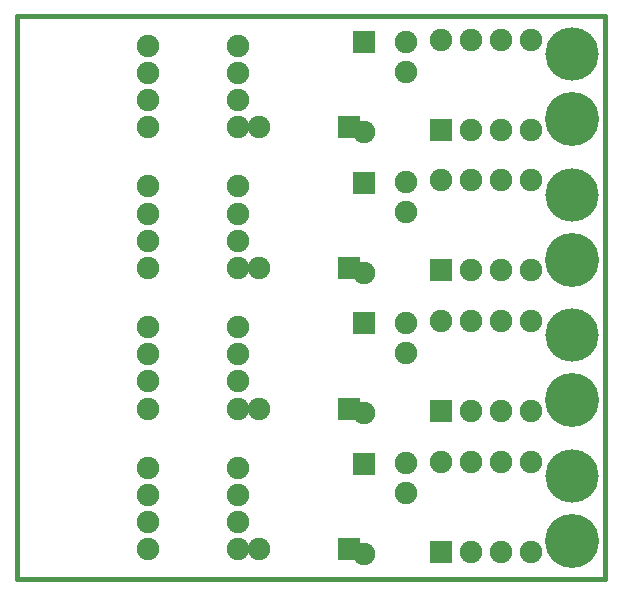
<source format=gbs>
G04 (created by PCBNEW-RS274X (2011-12-23 BZR 3325)-testing) date Sunday, March 18, 2012 01:27:50 AM*
G01*
G70*
G90*
%MOIN*%
G04 Gerber Fmt 3.4, Leading zero omitted, Abs format*
%FSLAX34Y34*%
G04 APERTURE LIST*
%ADD10C,0.006000*%
%ADD11C,0.015000*%
%ADD12C,0.180000*%
%ADD13C,0.177500*%
%ADD14C,0.075000*%
%ADD15R,0.075000X0.075000*%
G04 APERTURE END LIST*
G54D10*
G54D11*
X64370Y-42913D02*
X64370Y-24173D01*
X44764Y-42913D02*
X64370Y-42913D01*
X44764Y-24173D02*
X44764Y-42913D01*
X44764Y-24173D02*
X64370Y-24173D01*
G54D12*
X63267Y-27599D03*
G54D13*
X63267Y-25434D03*
G54D14*
X49130Y-26063D03*
X52130Y-26063D03*
X49130Y-25158D03*
X52130Y-25158D03*
X49130Y-26969D03*
X52130Y-26969D03*
X49130Y-27874D03*
X52130Y-27874D03*
G54D15*
X58893Y-27958D03*
G54D14*
X59893Y-27958D03*
X60893Y-27958D03*
X61893Y-27958D03*
X61893Y-24958D03*
X60893Y-24958D03*
X59893Y-24958D03*
X58893Y-24958D03*
G54D15*
X55831Y-27874D03*
G54D14*
X52831Y-27874D03*
G54D15*
X56339Y-25036D03*
G54D14*
X56339Y-28036D03*
X57717Y-25012D03*
X57717Y-26012D03*
G54D12*
X63267Y-32284D03*
G54D13*
X63267Y-30119D03*
G54D14*
X49130Y-30748D03*
X52130Y-30748D03*
X49130Y-29843D03*
X52130Y-29843D03*
X49130Y-31654D03*
X52130Y-31654D03*
X49130Y-32559D03*
X52130Y-32559D03*
G54D15*
X58893Y-32643D03*
G54D14*
X59893Y-32643D03*
X60893Y-32643D03*
X61893Y-32643D03*
X61893Y-29643D03*
X60893Y-29643D03*
X59893Y-29643D03*
X58893Y-29643D03*
G54D15*
X55831Y-32559D03*
G54D14*
X52831Y-32559D03*
G54D15*
X56339Y-29721D03*
G54D14*
X56339Y-32721D03*
X57717Y-29697D03*
X57717Y-30697D03*
G54D12*
X63267Y-36969D03*
G54D13*
X63267Y-34804D03*
G54D14*
X49130Y-35433D03*
X52130Y-35433D03*
X49130Y-34528D03*
X52130Y-34528D03*
X49130Y-36339D03*
X52130Y-36339D03*
X49130Y-37244D03*
X52130Y-37244D03*
G54D15*
X58893Y-37328D03*
G54D14*
X59893Y-37328D03*
X60893Y-37328D03*
X61893Y-37328D03*
X61893Y-34328D03*
X60893Y-34328D03*
X59893Y-34328D03*
X58893Y-34328D03*
G54D15*
X55831Y-37244D03*
G54D14*
X52831Y-37244D03*
G54D15*
X56339Y-34406D03*
G54D14*
X56339Y-37406D03*
X57717Y-34382D03*
X57717Y-35382D03*
G54D12*
X63267Y-41654D03*
G54D13*
X63267Y-39489D03*
G54D14*
X49130Y-40118D03*
X52130Y-40118D03*
X49130Y-39213D03*
X52130Y-39213D03*
X49130Y-41024D03*
X52130Y-41024D03*
X49130Y-41929D03*
X52130Y-41929D03*
G54D15*
X58893Y-42013D03*
G54D14*
X59893Y-42013D03*
X60893Y-42013D03*
X61893Y-42013D03*
X61893Y-39013D03*
X60893Y-39013D03*
X59893Y-39013D03*
X58893Y-39013D03*
G54D15*
X55831Y-41929D03*
G54D14*
X52831Y-41929D03*
G54D15*
X56339Y-39091D03*
G54D14*
X56339Y-42091D03*
X57717Y-39067D03*
X57717Y-40067D03*
M02*

</source>
